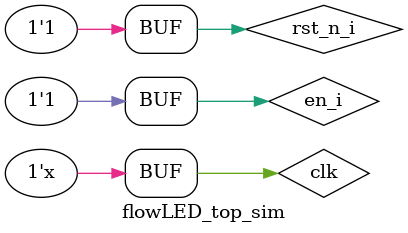
<source format=v>
`timescale 1ns / 1ps


module flowLED_top_sim(

    );
    reg clk = 0;
    reg rst_n_i = 1;
    reg en_i = 1;
    wire [7:0] led_o;
    flowLED uut_flowLED(
    .clk_i  (clk),
    .rst_n_i(rst_n_i),
    .en_i   (en_i),
    .led_o  (led_o)
    );
    always #1 clk = ~clk;
    initial begin
    end
    
    
endmodule

</source>
